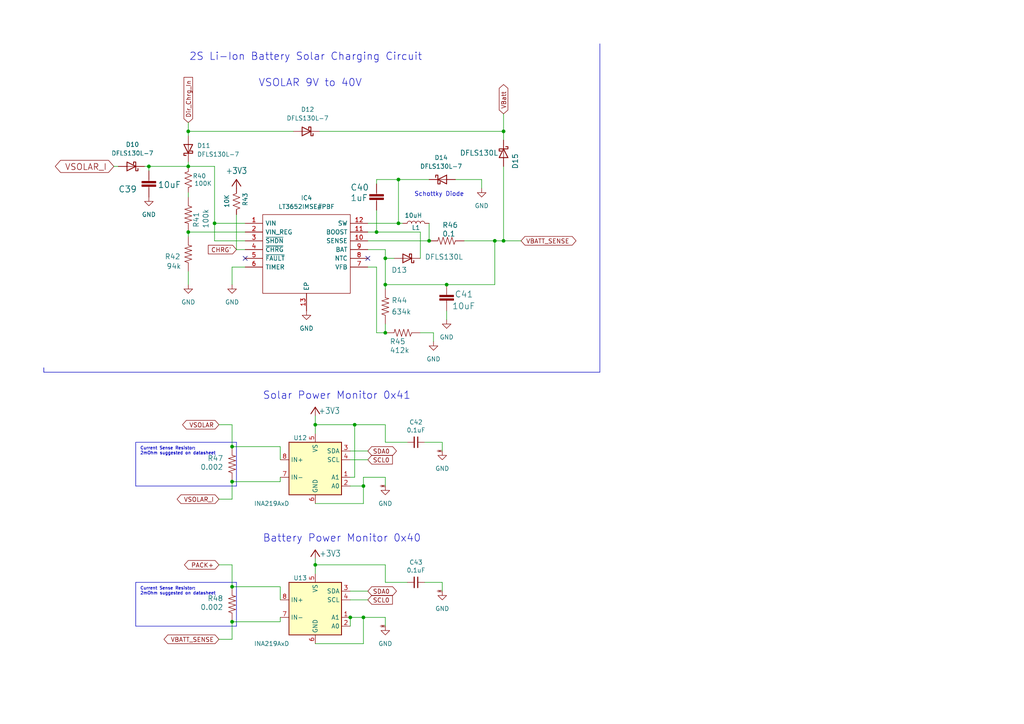
<source format=kicad_sch>
(kicad_sch (version 20231120) (generator "eeschema") (generator_version "8.0")
  (paper "A4")
  (lib_symbols
    (symbol "Adafruit ItsyBitsy RP2040-eagle-import:+3V3" (power)
      (property "Value" "+3V3" (at -2.54 -5.08 90))
      (symbol "+3V3_1_0"
        (polyline (pts (xy 0 0) (xy -1.27 -1.905)) (stroke (width 0.254)))
        (polyline (pts (xy 1.27 -1.905) (xy 0 0)) (stroke (width 0.254)))
        (pin power_in line (at 0 -2.54 90) (length 2.54) (name "+3V3") (number "1"))
      )
    )
    (symbol "Analog_ADC:INA219AxD"
      (property "Reference" "U" (at -6.35 8.89 0))
      (property "Value" "INA219AxD" (at 5.08 8.89 0))
      (symbol "INA219AxD_0_1"
        (rectangle (start -7.62 7.62) (end 7.62 -7.62) (stroke (width 0.254)) (fill (type background)))
      )
      (symbol "INA219AxD_1_1"
        (pin input line (at 10.16 -2.54 180) (length 2.54) (name "A1") (number "1"))
        (pin input line (at 10.16 -5.08 180) (length 2.54) (name "A0") (number "2"))
        (pin bidirectional line (at 10.16 5.08 180) (length 2.54) (name "SDA") (number "3"))
        (pin input line (at 10.16 2.54 180) (length 2.54) (name "SCL") (number "4"))
        (pin power_in line (at 0 10.16 270) (length 2.54) (name "VS") (number "5"))
        (pin power_in line (at 0 -10.16 90) (length 2.54) (name "GND") (number "6"))
        (pin input line (at -10.16 -2.54 0) (length 2.54) (name "IN-") (number "7"))
        (pin input line (at -10.16 2.54 0) (length 2.54) (name "IN+") (number "8"))
      )
    )
    (symbol "Device:C_Small" (pin_numbers hide) (pin_names (offset 0.254) hide)
      (property "Reference" "C" (at 0.254 1.778 0))
      (property "Value" "C_Small" (at 0.254 -2.032 0))
      (symbol "C_Small_0_1"
        (polyline (pts (xy -1.524 -0.508) (xy 1.524 -0.508)) (stroke (width 0.3302)))
        (polyline (pts (xy -1.524 0.508) (xy 1.524 0.508)) (stroke (width 0.3048)))
      )
      (symbol "C_Small_1_1"
        (pin passive line (at 0 2.54 270) (length 2.032) (name "~") (number "1"))
        (pin passive line (at 0 -2.54 90) (length 2.032) (name "~") (number "2"))
      )
    )
    (symbol "Device:D_Schottky" (pin_numbers hide) (pin_names (offset 1.016) hide)
      (property "Reference" "D" (at 0 2.54 0))
      (property "Value" "D_Schottky" (at 0 -2.54 0))
      (symbol "D_Schottky_0_1"
        (polyline (pts (xy 1.27 0) (xy -1.27 0)))
        (polyline (pts (xy 1.27 1.27) (xy 1.27 -1.27) (xy -1.27 0) (xy 1.27 1.27)) (stroke (width 0.254)))
        (polyline (pts (xy -1.905 0.635) (xy -1.905 1.27) (xy -1.27 1.27) (xy -1.27 -1.27) (xy -0.635 -1.27) (xy -0.635 -0.635)) (stroke (width 0.254)))
      )
      (symbol "D_Schottky_1_1"
        (pin passive line (at -3.81 0 0) (length 2.54) (name "K") (number "1"))
        (pin passive line (at 3.81 0 180) (length 2.54) (name "A") (number "2"))
      )
    )
    (symbol "Device:L" (pin_numbers hide) (pin_names (offset 1.016) hide)
      (property "Reference" "L" (at -1.27 0 90))
      (property "Value" "L" (at 1.905 0 90))
      (symbol "L_0_1"
        (arc (start 0 -2.54) (mid 0.6323 -1.905) (end 0 -1.27))
        (arc (start 0 -1.27) (mid 0.6323 -0.635) (end 0 0))
        (arc (start 0 0) (mid 0.6323 0.635) (end 0 1.27))
        (arc (start 0 1.27) (mid 0.6323 1.905) (end 0 2.54))
      )
      (symbol "L_1_1"
        (pin passive line (at 0 3.81 270) (length 1.27) (name "1") (number "1"))
        (pin passive line (at 0 -3.81 90) (length 1.27) (name "2") (number "2"))
      )
    )
    (symbol "Device:R_US" (pin_numbers hide) (pin_names (offset 0))
      (property "Reference" "R" (at 2.54 0 90))
      (property "Value" "R_US" (at -2.54 0 90))
      (symbol "R_US_0_1"
        (polyline (pts (xy 0 -2.286) (xy 0 -2.54)))
        (polyline (pts (xy 0 2.286) (xy 0 2.54)))
        (polyline (pts (xy 0 -0.762) (xy 1.016 -1.143) (xy 0 -1.524) (xy -1.016 -1.905) (xy 0 -2.286)))
        (polyline (pts (xy 0 0.762) (xy 1.016 0.381) (xy 0 0) (xy -1.016 -0.381) (xy 0 -0.762)))
        (polyline (pts (xy 0 2.286) (xy 1.016 1.905) (xy 0 1.524) (xy -1.016 1.143) (xy 0 0.762)))
      )
      (symbol "R_US_1_1"
        (pin passive line (at 0 3.81 270) (length 1.27) (name "~") (number "1"))
        (pin passive line (at 0 -3.81 90) (length 1.27) (name "~") (number "2"))
      )
    )
    (symbol "LT3652IMSE#PBF:LT3652IMSE#PBF" (pin_names (offset 0.762))
      (property "Reference" "IC" (at 31.75 7.62 0))
      (property "Value" "LT3652IMSE#PBF" (at 31.75 5.08 0))
      (symbol "LT3652IMSE#PBF_0_0"
        (pin passive line (at 0 0 0) (length 5.08) (name "VIN") (number "1"))
        (pin passive line (at 35.56 -5.08 180) (length 5.08) (name "SENSE") (number "10"))
        (pin passive line (at 35.56 -2.54 180) (length 5.08) (name "BOOST") (number "11"))
        (pin passive line (at 35.56 0 180) (length 5.08) (name "SW") (number "12"))
        (pin passive line (at 17.78 -25.4 90) (length 5.08) (name "EP") (number "13"))
        (pin passive line (at 0 -2.54 0) (length 5.08) (name "VIN_REG") (number "2"))
        (pin passive line (at 0 -5.08 0) (length 5.08) (name "~{SHDN}") (number "3"))
        (pin passive line (at 0 -7.62 0) (length 5.08) (name "~{CHRG}") (number "4"))
        (pin passive line (at 0 -10.16 0) (length 5.08) (name "~{FAULT}") (number "5"))
        (pin passive line (at 0 -12.7 0) (length 5.08) (name "TIMER") (number "6"))
        (pin passive line (at 35.56 -12.7 180) (length 5.08) (name "VFB") (number "7"))
        (pin passive line (at 35.56 -10.16 180) (length 5.08) (name "NTC") (number "8"))
        (pin passive line (at 35.56 -7.62 180) (length 5.08) (name "BAT") (number "9"))
      )
      (symbol "LT3652IMSE#PBF_0_1"
        (polyline (pts (xy 5.08 2.54) (xy 30.48 2.54) (xy 30.48 -20.32) (xy 5.08 -20.32) (xy 5.08 2.54)) (stroke (width 0.1524)))
      )
    )
    (symbol "mainboard:10UF-0603-6.3V-20%" (pin_names (offset 1.016))
      (property "Reference" "C" (at 1.524 2.921 0))
      (property "Value" "10UF-0603-6.3V-20%" (at 1.524 -2.159 0))
      (symbol "10UF-0603-6.3V-20%_1_0"
        (rectangle (start -2.032 0.508) (end 2.032 1.016) (fill (type outline)))
        (rectangle (start -2.032 1.524) (end 2.032 2.032) (fill (type outline)))
        (polyline (pts (xy 0 0) (xy 0 0.508)))
        (polyline (pts (xy 0 2.54) (xy 0 2.032)))
        (pin passive line (at 0 5.08 270) (length 2.54) (name "1") (number "1"))
        (pin passive line (at 0 -2.54 90) (length 2.54) (name "2") (number "2"))
      )
    )
    (symbol "mainboard:R-US_R0603" (pin_names (offset 1.016))
      (property "Reference" "R" (at -3.81 1.4986 0))
      (property "Value" "R-US_R0603" (at -3.81 -3.302 0))
      (symbol "R-US_R0603_1_0"
        (polyline (pts (xy -2.54 0) (xy -2.159 1.016)))
        (polyline (pts (xy -2.159 1.016) (xy -1.524 -1.016)))
        (polyline (pts (xy -1.524 -1.016) (xy -0.889 1.016)))
        (polyline (pts (xy -0.889 1.016) (xy -0.254 -1.016)))
        (polyline (pts (xy -0.254 -1.016) (xy 0.381 1.016)))
        (polyline (pts (xy 0.381 1.016) (xy 1.016 -1.016)))
        (polyline (pts (xy 1.016 -1.016) (xy 1.651 1.016)))
        (polyline (pts (xy 1.651 1.016) (xy 2.286 -1.016)))
        (polyline (pts (xy 2.286 -1.016) (xy 2.54 0)))
        (pin passive line (at -5.08 0 0) (length 2.54) (name "1") (number "1"))
        (pin passive line (at 5.08 0 180) (length 2.54) (name "2") (number "2"))
      )
    )
    (symbol "mainboard:R-US_R2512" (pin_names (offset 1.016))
      (property "Reference" "R" (at -3.81 1.4986 0))
      (property "Value" "R-US_R2512" (at -3.81 -3.302 0))
      (symbol "R-US_R2512_1_0"
        (polyline (pts (xy -2.54 0) (xy -2.159 1.016)))
        (polyline (pts (xy -2.159 1.016) (xy -1.524 -1.016)))
        (polyline (pts (xy -1.524 -1.016) (xy -0.889 1.016)))
        (polyline (pts (xy -0.889 1.016) (xy -0.254 -1.016)))
        (polyline (pts (xy -0.254 -1.016) (xy 0.381 1.016)))
        (polyline (pts (xy 0.381 1.016) (xy 1.016 -1.016)))
        (polyline (pts (xy 1.016 -1.016) (xy 1.651 1.016)))
        (polyline (pts (xy 1.651 1.016) (xy 2.286 -1.016)))
        (polyline (pts (xy 2.286 -1.016) (xy 2.54 0)))
        (pin passive line (at -5.08 0 0) (length 2.54) (name "1") (number "1"))
        (pin passive line (at 5.08 0 180) (length 2.54) (name "2") (number "2"))
      )
    )
    (symbol "power:GND" (power) (pin_names (offset 0))
      (property "Value" "GND" (at 0 -3.81 0))
      (symbol "GND_0_1"
        (polyline (pts (xy 0 0) (xy 0 -1.27) (xy 1.27 -1.27) (xy 0 -2.54) (xy -1.27 -1.27) (xy 0 -1.27)))
      )
      (symbol "GND_1_1"
        (pin power_in line (at 0 0 270) (length 0) hide (name "GND") (number "1"))
      )
    )
  )
  (junction (at 105.41 179.07))
  (junction (at 115.57 64.77))
  (junction (at 67.31 170.18))
  (junction (at 111.76 96.52))
  (junction (at 143.51 69.85))
  (junction (at 62.23 64.77))
  (junction (at 105.41 140.97))
  (junction (at 43.18 48.26))
  (junction (at 54.61 48.26))
  (junction (at 54.61 38.1))
  (junction (at 115.57 52.07))
  (junction (at 129.54 82.55))
  (junction (at 91.44 163.83))
  (junction (at 67.31 129.54))
  (junction (at 91.44 123.19))
  (junction (at 111.76 82.55))
  (junction (at 54.61 67.31))
  (junction (at 109.22 67.31))
  (junction (at 124.46 69.85))
  (junction (at 67.31 180.34))
  (junction (at 146.05 38.1))
  (junction (at 146.05 69.85))
  (junction (at 102.87 123.19))
  (junction (at 101.6 179.07))
  (junction (at 67.31 139.7))
  (junction (at 111.76 74.93))
  (no_connect (at 71.12 74.93))
  (no_connect (at 106.68 74.93))
  (wire (pts (xy 62.23 64.77) (xy 62.23 69.85)))
  (wire (pts (xy 102.87 138.43) (xy 102.87 123.19)))
  (wire (pts (xy 109.22 52.07) (xy 109.22 53.34)))
  (wire (pts (xy 101.6 171.45) (xy 106.68 171.45)))
  (wire (pts (xy 128.27 128.27) (xy 123.19 128.27)))
  (wire (pts (xy 105.41 146.05) (xy 105.41 140.97)))
  (wire (pts (xy 67.31 139.7) (xy 81.28 139.7)))
  (wire (pts (xy 81.28 170.18) (xy 81.28 173.99)))
  (polyline (pts (xy 68.58 140.97) (xy 39.37 140.97)))
  (wire (pts (xy 71.12 77.47) (xy 67.31 77.47)))
  (wire (pts (xy 128.27 130.81) (xy 128.27 128.27)))
  (wire (pts (xy 92.71 38.1) (xy 146.05 38.1)))
  (wire (pts (xy 109.22 77.47) (xy 106.68 77.47)))
  (wire (pts (xy 54.61 46.99) (xy 54.61 48.26)))
  (wire (pts (xy 109.22 96.52) (xy 109.22 77.47)))
  (wire (pts (xy 111.76 74.93) (xy 114.3 74.93)))
  (wire (pts (xy 146.05 38.1) (xy 146.05 40.64)))
  (wire (pts (xy 139.7 52.07) (xy 139.7 54.61)))
  (wire (pts (xy 105.41 140.97) (xy 105.41 138.43)))
  (wire (pts (xy 121.92 67.31) (xy 121.92 74.93)))
  (polyline (pts (xy 68.58 181.61) (xy 39.37 181.61)))
  (wire (pts (xy 68.58 62.23) (xy 68.58 72.39)))
  (wire (pts (xy 81.28 139.7) (xy 81.28 138.43)))
  (wire (pts (xy 101.6 140.97) (xy 105.41 140.97)))
  (wire (pts (xy 54.61 48.26) (xy 62.23 48.26)))
  (wire (pts (xy 81.28 129.54) (xy 81.28 133.35)))
  (wire (pts (xy 43.18 48.26) (xy 54.61 48.26)))
  (wire (pts (xy 62.23 48.26) (xy 62.23 64.77)))
  (polyline (pts (xy 39.37 140.97) (xy 39.37 128.27)))
  (wire (pts (xy 111.76 82.55) (xy 111.76 83.82)))
  (polyline (pts (xy 39.37 128.27) (xy 68.58 128.27)))
  (wire (pts (xy 111.76 72.39) (xy 111.76 74.93)))
  (wire (pts (xy 54.61 55.88) (xy 54.61 57.15)))
  (wire (pts (xy 91.44 146.05) (xy 105.41 146.05)))
  (wire (pts (xy 115.57 64.77) (xy 116.84 64.77)))
  (wire (pts (xy 109.22 60.96) (xy 109.22 67.31)))
  (polyline (pts (xy 12.7 106.68) (xy 12.7 107.95)))
  (wire (pts (xy 43.18 49.53) (xy 43.18 48.26)))
  (wire (pts (xy 146.05 69.85) (xy 151.13 69.85)))
  (wire (pts (xy 109.22 67.31) (xy 106.68 67.31)))
  (wire (pts (xy 54.61 67.31) (xy 54.61 68.58)))
  (wire (pts (xy 67.31 129.54) (xy 81.28 129.54)))
  (wire (pts (xy 101.6 138.43) (xy 102.87 138.43)))
  (wire (pts (xy 71.12 72.39) (xy 68.58 72.39)))
  (wire (pts (xy 101.6 130.81) (xy 106.68 130.81)))
  (wire (pts (xy 67.31 170.18) (xy 67.31 163.83)))
  (wire (pts (xy 146.05 33.02) (xy 146.05 38.1)))
  (wire (pts (xy 105.41 179.07) (xy 111.76 179.07)))
  (wire (pts (xy 111.76 93.98) (xy 111.76 96.52)))
  (wire (pts (xy 128.27 168.91) (xy 123.19 168.91)))
  (wire (pts (xy 125.73 96.52) (xy 125.73 99.06)))
  (wire (pts (xy 121.92 96.52) (xy 125.73 96.52)))
  (polyline (pts (xy 173.99 12.7) (xy 173.99 107.95)))
  (wire (pts (xy 129.54 90.17) (xy 129.54 92.71)))
  (polyline (pts (xy 173.99 107.95) (xy 12.7 107.95)))
  (wire (pts (xy 128.27 171.45) (xy 128.27 168.91)))
  (wire (pts (xy 81.28 180.34) (xy 81.28 179.07)))
  (wire (pts (xy 106.68 64.77) (xy 115.57 64.77)))
  (wire (pts (xy 54.61 38.1) (xy 54.61 39.37)))
  (wire (pts (xy 111.76 128.27) (xy 118.11 128.27)))
  (wire (pts (xy 105.41 186.69) (xy 105.41 179.07)))
  (wire (pts (xy 63.5 185.42) (xy 67.31 185.42)))
  (wire (pts (xy 63.5 144.78) (xy 67.31 144.78)))
  (wire (pts (xy 115.57 52.07) (xy 124.46 52.07)))
  (wire (pts (xy 102.87 123.19) (xy 111.76 123.19)))
  (polyline (pts (xy 39.37 181.61) (xy 39.37 168.91)))
  (wire (pts (xy 111.76 82.55) (xy 129.54 82.55)))
  (wire (pts (xy 67.31 170.18) (xy 81.28 170.18)))
  (wire (pts (xy 67.31 180.34) (xy 67.31 185.42)))
  (wire (pts (xy 54.61 38.1) (xy 85.09 38.1)))
  (wire (pts (xy 132.08 52.07) (xy 139.7 52.07)))
  (wire (pts (xy 124.46 64.77) (xy 124.46 69.85)))
  (wire (pts (xy 91.44 162.052) (xy 91.44 163.83)))
  (wire (pts (xy 115.57 64.77) (xy 115.57 52.07)))
  (wire (pts (xy 143.51 82.55) (xy 143.51 69.85)))
  (polyline (pts (xy 68.58 168.91) (xy 68.58 181.61)))
  (wire (pts (xy 91.44 120.65) (xy 91.44 123.19)))
  (wire (pts (xy 91.44 163.83) (xy 111.76 163.83)))
  (wire (pts (xy 67.31 180.34) (xy 81.28 180.34)))
  (polyline (pts (xy 12.7 106.68) (xy 12.7 107.95)))
  (wire (pts (xy 115.57 52.07) (xy 109.22 52.07)))
  (polyline (pts (xy 39.37 168.91) (xy 68.58 168.91)))
  (wire (pts (xy 91.44 123.19) (xy 91.44 125.73)))
  (wire (pts (xy 67.31 77.47) (xy 67.31 82.55)))
  (wire (pts (xy 62.23 69.85) (xy 71.12 69.85)))
  (wire (pts (xy 111.76 74.93) (xy 111.76 82.55)))
  (wire (pts (xy 63.5 163.83) (xy 67.31 163.83)))
  (wire (pts (xy 105.41 138.43) (xy 111.76 138.43)))
  (polyline (pts (xy 68.58 128.27) (xy 68.58 140.97)))
  (wire (pts (xy 101.6 179.07) (xy 105.41 179.07)))
  (wire (pts (xy 143.51 69.85) (xy 146.05 69.85)))
  (wire (pts (xy 62.23 64.77) (xy 71.12 64.77)))
  (wire (pts (xy 101.6 133.35) (xy 106.68 133.35)))
  (wire (pts (xy 146.05 48.26) (xy 146.05 69.85)))
  (wire (pts (xy 111.76 96.52) (xy 109.22 96.52)))
  (wire (pts (xy 101.6 173.99) (xy 106.68 173.99)))
  (wire (pts (xy 111.76 168.91) (xy 111.76 163.83)))
  (wire (pts (xy 106.68 72.39) (xy 111.76 72.39)))
  (wire (pts (xy 41.91 48.26) (xy 43.18 48.26)))
  (wire (pts (xy 67.31 139.7) (xy 67.31 144.78)))
  (wire (pts (xy 54.61 35.56) (xy 54.61 38.1)))
  (wire (pts (xy 101.6 179.07) (xy 101.6 181.61)))
  (wire (pts (xy 111.76 140.97) (xy 111.76 138.43)))
  (wire (pts (xy 54.61 67.31) (xy 71.12 67.31)))
  (wire (pts (xy 91.44 163.83) (xy 91.44 166.37)))
  (wire (pts (xy 63.5 123.19) (xy 67.31 123.19)))
  (wire (pts (xy 67.31 129.54) (xy 67.31 123.19)))
  (wire (pts (xy 111.76 168.91) (xy 118.11 168.91)))
  (wire (pts (xy 106.68 69.85) (xy 124.46 69.85)))
  (wire (pts (xy 129.54 82.55) (xy 143.51 82.55)))
  (wire (pts (xy 91.44 123.19) (xy 102.87 123.19)))
  (wire (pts (xy 111.76 128.27) (xy 111.76 123.19)))
  (wire (pts (xy 111.76 181.61) (xy 111.76 179.07)))
  (wire (pts (xy 34.29 48.26) (xy 33.02 48.26)))
  (wire (pts (xy 121.92 67.31) (xy 109.22 67.31)))
  (wire (pts (xy 91.44 186.69) (xy 105.41 186.69)))
  (wire (pts (xy 54.61 78.74) (xy 54.61 82.55)))
  (wire (pts (xy 143.51 69.85) (xy 134.62 69.85)))
  (text "2S Li-Ion Battery Solar Charging Circuit" (at 54.864 17.78 0) (effects (font (size 2.159 2.159)) (justify left bottom)))
  (text "Current Sense Resistor:\n2mOhm suggested on datasheet\n" (at 40.64 132.08 0) (effects (font (size 0.889 0.889)) (justify left bottom)))
  (text "Current Sense Resistor:\n2mOhm suggested on datasheet\n" (at 40.64 172.72 0) (effects (font (size 0.889 0.889)) (justify left bottom)))
  (text "Battery Power Monitor 0x40\n" (at 76.2 157.48 0) (effects (font (size 2.159 2.159)) (justify left bottom)))
  (text "VSOLAR 9V to 40V" (at 74.93 25.4 0) (effects (font (size 2.159 2.159)) (justify left bottom)))
  (text "Solar Power Monitor 0x41\n" (at 76.2 116.078 0) (effects (font (size 2.159 2.159)) (justify left bottom)))
  (text "Schottky Diode\n" (at 134.62 57.15 0) (effects (font (size 1.27 1.27)) (justify right bottom)))
  (global_label "CHRG'" (shape input) (at 68.58 72.39 180) (property "Intersheetrefs" "${INTERSHEET_REFS}" (effects (hide yes))))
  (global_label "VSOLAR_I" (shape bidirectional) (at 33.02 48.26 180) (effects (font (size 1.778 1.778))) (property "Intersheetrefs" "${INTERSHEET_REFS}" (effects (hide yes))))
  (global_label "SDA0" (shape bidirectional) (at 106.68 171.45 0) (property "Intersheetrefs" "${INTERSHEET_REFS}" (effects (hide yes))))
  (global_label "SDA0" (shape bidirectional) (at 106.68 130.81 0) (property "Intersheetrefs" "${INTERSHEET_REFS}" (effects (hide yes))))
  (global_label "VBATT_SENSE" (shape bidirectional) (at 63.5 185.42 180) (property "Intersheetrefs" "${INTERSHEET_REFS}" (effects (hide yes))))
  (global_label "GND" (shape bidirectional) (at 128.27 130.81 180) (effects (font (size 0.254 0.254))) (property "Intersheetrefs" "${INTERSHEET_REFS}" (effects (hide yes))))
  (global_label "VSOLAR" (shape bidirectional) (at 63.5 123.19 180) (property "Intersheetrefs" "${INTERSHEET_REFS}" (effects (hide yes))))
  (global_label "VSOLAR_I" (shape bidirectional) (at 63.5 144.78 180) (property "Intersheetrefs" "${INTERSHEET_REFS}" (effects (hide yes))))
  (global_label "SCL0" (shape input) (at 106.68 173.99 0) (property "Intersheetrefs" "${INTERSHEET_REFS}" (effects (hide yes))))
  (global_label "GND" (shape bidirectional) (at 111.76 181.61 180) (effects (font (size 0.254 0.254))) (property "Intersheetrefs" "${INTERSHEET_REFS}" (effects (hide yes))))
  (global_label "VBATT_SENSE" (shape bidirectional) (at 151.13 69.85 0) (property "Intersheetrefs" "${INTERSHEET_REFS}" (effects (hide yes))))
  (global_label "Dir_Chrg_In" (shape input) (at 54.61 35.56 90) (property "Intersheetrefs" "${INTERSHEET_REFS}" (effects (hide yes))))
  (global_label "PACK+" (shape bidirectional) (at 63.5 163.83 180) (property "Intersheetrefs" "${INTERSHEET_REFS}" (effects (hide yes))))
  (global_label "GND" (shape bidirectional) (at 111.76 140.97 180) (effects (font (size 0.254 0.254))) (property "Intersheetrefs" "${INTERSHEET_REFS}" (effects (hide yes))))
  (global_label "SCL0" (shape input) (at 106.68 133.35 0) (property "Intersheetrefs" "${INTERSHEET_REFS}" (effects (hide yes))))
  (global_label "GND" (shape bidirectional) (at 128.27 171.45 180) (effects (font (size 0.254 0.254))) (property "Intersheetrefs" "${INTERSHEET_REFS}" (effects (hide yes))))
  (global_label "VBatt" (shape bidirectional) (at 146.05 33.02 90) (property "Intersheetrefs" "${INTERSHEET_REFS}" (effects (hide yes))))
  (symbol (lib_id "mainboard:R-US_R2512") (at 67.31 134.62 90) (unit 1)
    (property "Reference" "R47" (at 64.77 132.08 90) (effects (font (size 1.4986 1.4986)) (justify left bottom)))
    (property "Value" "0.002" (at 64.77 134.62 90) (effects (font (size 1.4986 1.4986)) (justify left bottom)))
    (property "Footprint" "Resistor_SMD:R_2512_6332Metric" (effects (hide yes)))
    (property "Description" "0.1 1% 2W 2512" (effects (hide yes)))
  )
  (symbol (lib_id "power:GND") (at 139.7 54.61 0) (unit 1)
    (property "Reference" "#PWR086" (effects (hide yes)))
    (property "Value" "GND" (at 139.7 59.69 0))
  )
  (symbol (lib_id "power:GND") (at 88.9 90.17 0) (unit 1)
    (property "Reference" "#PWR083" (effects (hide yes)))
    (property "Value" "GND" (at 88.9 95.25 0))
  )
  (symbol (lib_id "power:GND") (at 43.18 57.15 0) (unit 1)
    (property "Reference" "#PWR080" (effects (hide yes)))
    (property "Value" "GND" (at 43.18 62.23 0))
  )
  (symbol (lib_id "Device:L") (at 120.65 64.77 90) (unit 1)
    (property "Reference" "L1" (at 120.65 66.04 90))
    (property "Value" "10uH" (at 119.888 62.484 90))
    (property "Footprint" "Inductor_SMD:L_1812_4532Metric" (effects (hide yes)))
    (property "Datasheet" "https://datasheet.lcsc.com/szlcsc/1910111502_3L-COILS-SNR5040K-330M_C326321.pdf" (effects (hide yes)))
    (property "Description" "33uH Shielded Inductor" (effects (hide yes)))
    (property "Flight" "SLF6028T-330MR69-PF" (effects (hide yes)))
    (property "Manufacturer_Name" "3L COILS" (effects (hide yes)))
    (property "Manufacturer_Part_Number" "SNR5040K-330M" (effects (hide yes)))
    (property "Proto" "SNR5040K-330M" (effects (hide yes)))
  )
  (symbol (lib_id "Device:C_Small") (at 120.65 168.91 270) (unit 1)
    (property "Reference" "C43" (at 120.65 163.0934 90))
    (property "Value" "0.1uF" (at 120.65 165.4048 90))
    (property "Footprint" "Capacitor_SMD:C_0603_1608Metric" (effects (hide yes)))
    (property "Description" "3.3nF +-10% 100V X7R 0603" (effects (hide yes)))
  )
  (symbol (lib_id "Device:C_Small") (at 120.65 128.27 270) (unit 1)
    (property "Reference" "C42" (at 120.65 122.4534 90))
    (property "Value" "0.1uF" (at 120.65 124.7648 90))
    (property "Footprint" "Capacitor_SMD:C_0603_1608Metric" (effects (hide yes)))
    (property "Description" "3.3nF +-10% 100V X7R 0603" (effects (hide yes)))
  )
  (symbol (lib_id "power:GND") (at 67.31 82.55 0) (unit 1)
    (property "Reference" "#PWR082" (effects (hide yes)))
    (property "Value" "GND" (at 67.31 87.63 0))
  )
  (symbol (lib_id "mainboard:R-US_R2512") (at 67.31 175.26 90) (unit 1)
    (property "Reference" "R48" (at 64.77 172.72 90) (effects (font (size 1.4986 1.4986)) (justify left bottom)))
    (property "Value" "0.002" (at 64.77 175.26 90) (effects (font (size 1.4986 1.4986)) (justify left bottom)))
    (property "Footprint" "Resistor_SMD:R_2512_6332Metric" (effects (hide yes)))
    (property "Description" "0.1 1% 2W 2512" (effects (hide yes)))
  )
  (symbol (lib_id "mainboard:R-US_R0603") (at 116.84 96.52 180) (unit 1)
    (property "Reference" "R45" (at 113.03 99.06 0) (effects (font (size 1.4986 1.4986)) (justify right)))
    (property "Value" "412k" (at 113.03 101.6 0) (effects (font (size 1.4986 1.4986)) (justify right)))
    (property "Footprint" "Resistor_SMD:R_0603_1608Metric" (effects (hide yes)))
    (property "Description" "787K 0603" (effects (hide yes)))
  )
  (symbol (lib_id "mainboard:10UF-0603-6.3V-20%") (at 43.18 54.61 0) (unit 1)
    (property "Reference" "C39" (at 34.29 55.88 0) (effects (font (size 1.778 1.778)) (justify left bottom)))
    (property "Value" "10uF" (at 45.72 54.61 0) (effects (font (size 1.778 1.778)) (justify left bottom)))
    (property "Footprint" "Capacitor_SMD:C_0603_1608Metric" (effects (hide yes)))
    (property "Description" "10uF +-20% 10V X5R" (effects (hide yes)))
  )
  (symbol (lib_id "power:GND") (at 125.73 99.06 0) (unit 1)
    (property "Reference" "#PWR084" (effects (hide yes)))
    (property "Value" "GND" (at 125.73 104.14 0))
  )
  (symbol (lib_id "power:GND") (at 54.61 82.55 0) (unit 1)
    (property "Reference" "#PWR081" (effects (hide yes)))
    (property "Value" "GND" (at 54.61 87.63 0))
  )
  (symbol (lib_id "Adafruit ItsyBitsy RP2040-eagle-import:+3V3") (at 91.44 118.11 0) (unit 1)
    (property "Reference" "#+3V026" (effects (hide yes)))
    (property "Value" "+3V3" (at 95.504 119.126 0) (effects (font (size 1.778 1.5113))))
    (property "Footprint" "Adafruit ItsyBitsy RP2040:" (effects (hide yes)))
  )
  (symbol (lib_id "Device:D_Schottky") (at 146.05 44.45 270) (unit 1)
    (property "Reference" "D15" (at 148.59 44.45 0) (effects (font (size 1.4986 1.4986)) (justify left bottom)))
    (property "Value" "DFLS130L" (at 133.35 45.212 90) (effects (font (size 1.4986 1.4986)) (justify left bottom)))
    (property "Footprint" "Diode_SMD:D_PowerDI-123" (effects (hide yes)))
    (property "Description" "Schottky diode" (effects (hide yes)))
    (property "Flight" "DFLS130L-7" (effects (hide yes)))
    (property "Manufacturer_Name" "Diodes Incorporated" (effects (hide yes)))
    (property "Manufacturer_Part_Number" "DFLS130L-7" (effects (hide yes)))
    (property "Proto" "DFLS130L" (effects (hide yes)))
    (property "DNI" "DNI" (effects (hide yes)))
  )
  (symbol (lib_id "mainboard:10UF-0603-6.3V-20%") (at 109.22 58.42 0) (unit 1)
    (property "Reference" "C40" (at 101.6 55.372 0) (effects (font (size 1.778 1.778)) (justify left bottom)))
    (property "Value" "1uF" (at 101.6 58.42 0) (effects (font (size 1.778 1.778)) (justify left bottom)))
    (property "Footprint" "Capacitor_SMD:C_0603_1608Metric" (effects (hide yes)))
    (property "Description" "10uF +-20% 10V X5R" (effects (hide yes)))
  )
  (symbol (lib_id "mainboard:R-US_R0603") (at 54.61 73.66 90) (unit 1)
    (property "Reference" "R42" (at 47.752 74.422 90) (effects (font (size 1.4986 1.4986)) (justify right)))
    (property "Value" "94k" (at 48.26 77.216 90) (effects (font (size 1.4986 1.4986)) (justify right)))
    (property "Footprint" "Resistor_SMD:R_0603_1608Metric" (effects (hide yes)))
    (property "Description" "787K 0603" (effects (hide yes)))
  )
  (symbol (lib_id "Device:R_US") (at 54.61 52.07 0) (mirror y) (unit 1)
    (property "Reference" "R40" (at 55.88 51.054 0) (effects (justify right)))
    (property "Value" "100K" (at 56.3372 53.213 0) (effects (justify right)))
    (property "Footprint" "Resistor_SMD:R_0603_1608Metric" (effects (hide yes)))
    (property "Description" "200K 0603" (effects (hide yes)))
  )
  (symbol (lib_id "Adafruit ItsyBitsy RP2040-eagle-import:+3V3") (at 68.58 52.07 0) (unit 1)
    (property "Reference" "#+3V025" (effects (hide yes)))
    (property "Value" "+3V3" (at 68.58 49.53 0) (effects (font (size 1.778 1.5113))))
    (property "Footprint" "Adafruit ItsyBitsy RP2040:" (effects (hide yes)))
  )
  (symbol (lib_id "Adafruit ItsyBitsy RP2040-eagle-import:+3V3") (at 91.44 159.512 0) (unit 1)
    (property "Reference" "#+3V027" (effects (hide yes)))
    (property "Value" "+3V3" (at 95.758 160.528 0) (effects (font (size 1.778 1.5113))))
    (property "Footprint" "Adafruit ItsyBitsy RP2040:" (effects (hide yes)))
  )
  (symbol (lib_id "Analog_ADC:INA219AxD") (at 91.44 176.53 0) (unit 1)
    (property "Reference" "U13" (at 85.09 167.64 0) (effects (justify left)))
    (property "Value" "INA219AxD" (at 73.66 186.69 0) (effects (justify left)))
    (property "Footprint" "Package_SO:SOIC-8_3.9x4.9mm_P1.27mm" (effects (hide yes)))
    (property "Datasheet" "http://www.ti.com/lit/ds/symlink/ina219.pdf" (effects (hide yes)))
  )
  (symbol (lib_id "mainboard:R-US_R0603") (at 54.61 62.23 270) (unit 1)
    (property "Reference" "R41" (at 56.896 66.04 0) (effects (font (size 1.4986 1.4986)) (justify right)))
    (property "Value" "100k" (at 59.69 66.294 0) (effects (font (size 1.4986 1.4986)) (justify right)))
    (property "Footprint" "Resistor_SMD:R_0603_1608Metric" (effects (hide yes)))
    (property "Description" "787K 0603" (effects (hide yes)))
  )
  (symbol (lib_id "Device:D_Schottky") (at 118.11 74.93 180) (unit 1)
    (property "Reference" "D13" (at 118.11 77.47 0) (effects (font (size 1.4986 1.4986)) (justify left bottom)))
    (property "Value" "DFLS130L" (at 134.366 73.66 0) (effects (font (size 1.4986 1.4986)) (justify left bottom)))
    (property "Footprint" "Diode_SMD:D_PowerDI-123" (effects (hide yes)))
    (property "Description" "Schottky diode" (effects (hide yes)))
    (property "Flight" "DFLS130L-7" (effects (hide yes)))
    (property "Manufacturer_Name" "Diodes Incorporated" (effects (hide yes)))
    (property "Manufacturer_Part_Number" "DFLS130L-7" (effects (hide yes)))
    (property "Proto" "DFLS130L" (effects (hide yes)))
    (property "DNI" "DNI" (effects (hide yes)))
  )
  (symbol (lib_id "power:GND") (at 111.76 181.61 0) (unit 1)
    (property "Reference" "#PWR088" (effects (hide yes)))
    (property "Value" "GND" (at 111.76 186.69 0))
  )
  (symbol (lib_id "mainboard:10UF-0603-6.3V-20%") (at 129.54 87.63 0) (unit 1)
    (property "Reference" "C41" (at 131.826 86.36 0) (effects (font (size 1.778 1.778)) (justify left bottom)))
    (property "Value" "10uF" (at 131.064 89.789 0) (effects (font (size 1.778 1.778)) (justify left bottom)))
    (property "Footprint" "Capacitor_SMD:C_0603_1608Metric" (effects (hide yes)))
    (property "Description" "10uF +-20% 10V X5R" (effects (hide yes)))
  )
  (symbol (lib_id "Device:R_US") (at 68.58 58.42 0) (mirror y) (unit 1)
    (property "Reference" "R43" (at 71.12 55.88 90) (effects (justify right)))
    (property "Value" "10K" (at 65.786 56.388 90) (effects (justify right)))
    (property "Footprint" "Resistor_SMD:R_0603_1608Metric" (effects (hide yes)))
    (property "Description" "100K 0603" (effects (hide yes)))
  )
  (symbol (lib_id "Device:D_Schottky") (at 54.61 43.18 90) (unit 1)
    (property "Reference" "D11" (at 57.15 42.2274 90) (effects (justify right)))
    (property "Value" "DFLS130L-7" (at 57.15 44.7674 90) (effects (justify right)))
    (property "Footprint" "Diode_SMD:D_PowerDI-123" (effects (hide yes)))
  )
  (symbol (lib_id "Analog_ADC:INA219AxD") (at 91.44 135.89 0) (unit 1)
    (property "Reference" "U12" (at 85.09 127 0) (effects (justify left)))
    (property "Value" "INA219AxD" (at 73.66 146.05 0) (effects (justify left)))
    (property "Footprint" "Package_SO:SOIC-8_3.9x4.9mm_P1.27mm" (effects (hide yes)))
    (property "Datasheet" "http://www.ti.com/lit/ds/symlink/ina219.pdf" (effects (hide yes)))
  )
  (symbol (lib_id "mainboard:R-US_R0603") (at 111.76 88.9 90) (unit 1)
    (property "Reference" "R44" (at 113.538 87.122 90) (effects (font (size 1.4986 1.4986)) (justify right)))
    (property "Value" "634k" (at 113.538 90.424 90) (effects (font (size 1.4986 1.4986)) (justify right)))
    (property "Footprint" "Resistor_SMD:R_0603_1608Metric" (effects (hide yes)))
    (property "Description" "787K 0603" (effects (hide yes)))
  )
  (symbol (lib_id "power:GND") (at 128.27 171.45 0) (unit 1)
    (property "Reference" "#PWR090" (effects (hide yes)))
    (property "Value" "GND" (at 128.27 176.53 0))
  )
  (symbol (lib_id "mainboard:R-US_R0603") (at 129.54 69.85 180) (unit 1)
    (property "Reference" "R46" (at 128.27 65.278 0) (effects (font (size 1.4986 1.4986)) (justify right)))
    (property "Value" "0.1" (at 128.27 67.818 0) (effects (font (size 1.4986 1.4986)) (justify right)))
    (property "Footprint" "Resistor_SMD:R_2512_6332Metric" (effects (hide yes)))
    (property "Description" "787K 0603" (effects (hide yes)))
  )
  (symbol (lib_id "power:GND") (at 128.27 130.81 0) (unit 1)
    (property "Reference" "#PWR089" (effects (hide yes)))
    (property "Value" "GND" (at 128.27 135.89 0))
  )
  (symbol (lib_id "Device:D_Schottky") (at 128.27 52.07 0) (unit 1)
    (property "Reference" "D14" (at 127.9525 45.72 0))
    (property "Value" "DFLS130L-7" (at 127.9525 48.26 0))
    (property "Footprint" "Diode_SMD:D_PowerDI-123" (effects (hide yes)))
  )
  (symbol (lib_id "Device:D_Schottky") (at 88.9 38.1 180) (unit 1)
    (property "Reference" "D12" (at 89.2175 31.75 0))
    (property "Value" "DFLS130L-7" (at 89.2175 34.29 0))
    (property "Footprint" "Diode_SMD:D_PowerDI-123" (effects (hide yes)))
  )
  (symbol (lib_id "power:GND") (at 129.54 92.71 0) (unit 1)
    (property "Reference" "#PWR085" (effects (hide yes)))
    (property "Value" "GND" (at 129.54 97.79 0))
  )
  (symbol (lib_id "Device:D_Schottky") (at 38.1 48.26 180) (unit 1)
    (property "Reference" "D10" (at 38.4175 41.91 0))
    (property "Value" "DFLS130L-7" (at 38.4175 44.45 0))
    (property "Footprint" "Diode_SMD:D_PowerDI-123" (effects (hide yes)))
  )
  (symbol (lib_id "power:GND") (at 111.76 140.97 0) (unit 1)
    (property "Reference" "#PWR087" (effects (hide yes)))
    (property "Value" "GND" (at 111.76 146.05 0))
  )
  (symbol (lib_id "LT3652IMSE#PBF:LT3652IMSE#PBF") (at 71.12 64.77 0) (unit 1)
    (property "Reference" "IC4" (at 88.9 57.404 0))
    (property "Value" "LT3652IMSE#PBF" (at 88.9 59.944 0))
    (property "Footprint" "Package_SO:MSOP-12-1EP_3x4mm_P0.65mm_EP1.65x2.85mm" (effects (hide yes)))
    (property "Datasheet" "https://www.analog.com/media/en/technical-documentation/data-sheets/3652fe.pdf" (effects (hide yes)))
    (property "Description" "Battery Management Power Tracking 2A Battery Charger for Solar Power" (effects (hide yes)))
    (property "Height" "1.1" (effects (hide yes)))
    (property "Mouser Part Number" "584-LT3652IMSE#PBF" (effects (hide yes)))
    (property "Mouser Price/Stock" "https://www.mouser.co.uk/ProductDetail/Analog-Devices/LT3652IMSEPBF?qs=hVkxg5c3xu%2FU%2FMmx%252BnQrjg%3D%3D" (effects (hide yes)))
    (property "Manufacturer_Name" "Analog Devices" (effects (hide yes)))
    (property "Manufacturer_Part_Number" "LT3652IMSE#PBF" (effects (hide yes)))
  )
)
</source>
